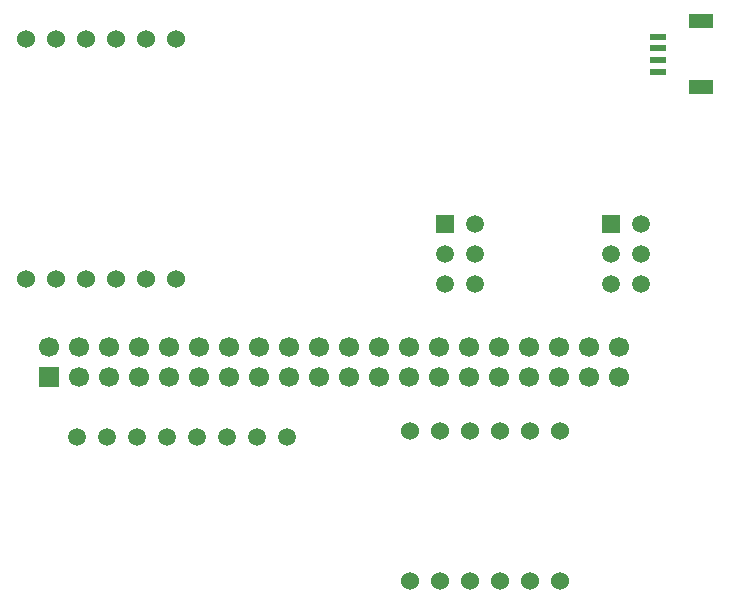
<source format=gbr>
%TF.GenerationSoftware,KiCad,Pcbnew,(6.0.1)*%
%TF.CreationDate,2022-01-30T17:08:52-06:00*%
%TF.ProjectId,BlackBox Hat,426c6163-6b42-46f7-9820-4861742e6b69,rev?*%
%TF.SameCoordinates,Original*%
%TF.FileFunction,Paste,Top*%
%TF.FilePolarity,Positive*%
%FSLAX46Y46*%
G04 Gerber Fmt 4.6, Leading zero omitted, Abs format (unit mm)*
G04 Created by KiCad (PCBNEW (6.0.1)) date 2022-01-30 17:08:52*
%MOMM*%
%LPD*%
G01*
G04 APERTURE LIST*
%ADD10R,2.000000X1.200000*%
%ADD11R,1.350000X0.600000*%
%ADD12C,1.499000*%
%ADD13R,1.499000X1.499000*%
%ADD14C,1.524000*%
%ADD15C,1.700000*%
%ADD16R,1.700000X1.700000*%
G04 APERTURE END LIST*
D10*
%TO.C,JST*%
X76319000Y-82580000D03*
X76319000Y-76980000D03*
D11*
X72644000Y-81280000D03*
X72644000Y-80280000D03*
X72644000Y-79280000D03*
X72644000Y-78280000D03*
%TD*%
D12*
%TO.C,S1*%
X23495000Y-112133000D03*
X26035000Y-112133000D03*
X28575000Y-112133000D03*
X41275000Y-112133000D03*
X38735000Y-112133000D03*
X36195000Y-112133000D03*
X33655000Y-112133000D03*
X31115000Y-112133000D03*
%TD*%
D13*
%TO.C,P2*%
X68667500Y-94116250D03*
D12*
X71207500Y-94116250D03*
X68667500Y-96656250D03*
X71207500Y-96656250D03*
X68667500Y-99196250D03*
X71207500Y-99196250D03*
%TD*%
D13*
%TO.C,P1*%
X54595750Y-94116250D03*
D12*
X57135750Y-94116250D03*
X54595750Y-96656250D03*
X57135750Y-96656250D03*
X54595750Y-99196250D03*
X57135750Y-99196250D03*
%TD*%
D14*
%TO.C,S3*%
X31877000Y-78486000D03*
X29337000Y-78486000D03*
X24257000Y-78486000D03*
X26797000Y-78486000D03*
X19177000Y-78486000D03*
X21717000Y-78486000D03*
X21717000Y-98806000D03*
X19177000Y-98806000D03*
X26797000Y-98806000D03*
X24257000Y-98806000D03*
X29337000Y-98806000D03*
X31877000Y-98806000D03*
%TD*%
%TO.C,S3*%
X54229000Y-124333000D03*
X56769000Y-124333000D03*
X59309000Y-124333000D03*
X61849000Y-124333000D03*
X64389000Y-124333000D03*
X51689000Y-124333000D03*
X64389000Y-111633000D03*
X61849000Y-111633000D03*
X59309000Y-111633000D03*
X56769000Y-111633000D03*
X54229000Y-111633000D03*
X51689000Y-111633000D03*
%TD*%
D15*
%TO.C,X1*%
X69330000Y-104531000D03*
X69330000Y-107071000D03*
X66790000Y-104531000D03*
X66790000Y-107071000D03*
X64250000Y-104531000D03*
X64250000Y-107071000D03*
X61710000Y-104531000D03*
X61710000Y-107071000D03*
X59170000Y-104531000D03*
X59170000Y-107071000D03*
X56630000Y-104531000D03*
X56630000Y-107071000D03*
X54090000Y-104531000D03*
X54090000Y-107071000D03*
X51550000Y-104531000D03*
X51550000Y-107071000D03*
X49010000Y-104531000D03*
X49010000Y-107071000D03*
X46470000Y-104531000D03*
X46470000Y-107071000D03*
X43930000Y-104531000D03*
X43930000Y-107071000D03*
X41390000Y-104531000D03*
X41390000Y-107071000D03*
X38850000Y-104531000D03*
X38850000Y-107071000D03*
X36310000Y-104531000D03*
X36310000Y-107071000D03*
X33770000Y-104531000D03*
X33770000Y-107071000D03*
X31230000Y-104531000D03*
X31230000Y-107071000D03*
X28690000Y-104531000D03*
X28690000Y-107071000D03*
X26150000Y-104531000D03*
X26150000Y-107071000D03*
X23610000Y-104531000D03*
X23610000Y-107071000D03*
X21070000Y-104531000D03*
D16*
X21070000Y-107071000D03*
%TD*%
M02*

</source>
